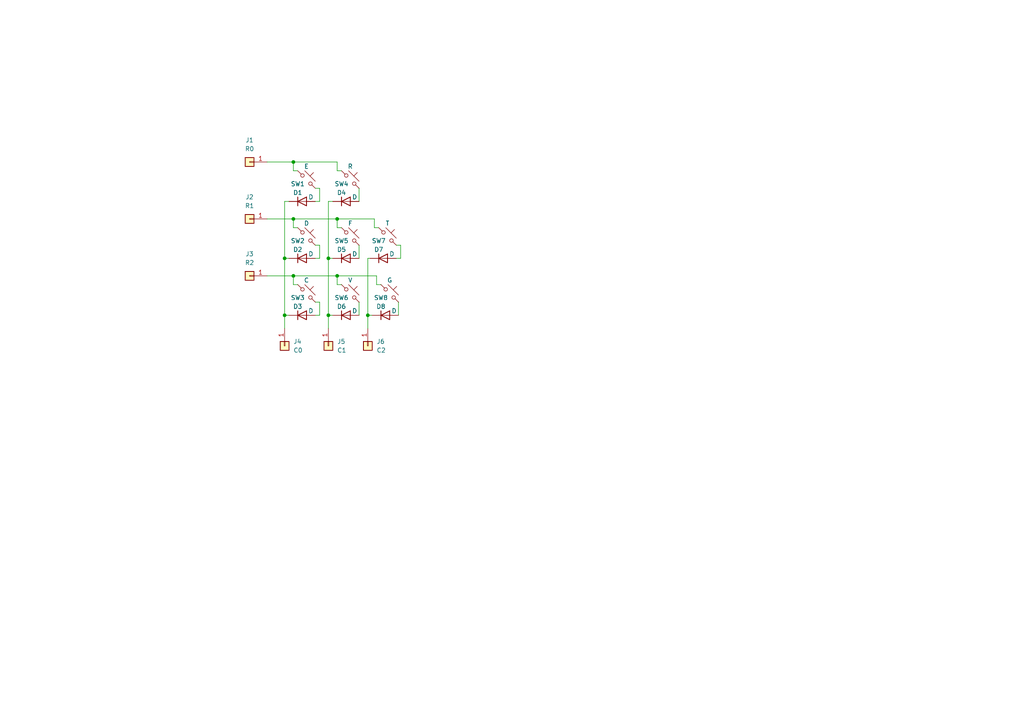
<source format=kicad_sch>
(kicad_sch (version 20211123) (generator eeschema)
  (paper "A4")
  (lib_symbols
    (symbol "Connector_Generic:Conn_01x01" (pin_names (offset 1.016) hide)
      (property "Reference" "J" (at 0 2.54 0))
      (property "Value" "Conn_01x01" (at 0 -2.54 0))
      (symbol "Conn_01x01_1_1"
        (rectangle (start -1.27 0.127) (end 0 -0.127) (stroke (width 0.1524)))
        (rectangle (start -1.27 1.27) (end 1.27 -1.27) (stroke (width 0.254)) (fill (type background)))
        (pin passive line (at -5.08 0 0) (length 3.81) (name "Pin_1") (number "1"))
      )
    )
    (symbol "Device:D" (pin_numbers hide) (pin_names (offset 1.016) hide)
      (property "Reference" "D" (at 0 2.54 0))
      (property "Value" "D" (at 0 -2.54 0))
      (symbol "D_0_1"
        (polyline (pts (xy -1.27 1.27) (xy -1.27 -1.27)) (stroke (width 0.254)))
        (polyline (pts (xy 1.27 0) (xy -1.27 0)))
        (polyline (pts (xy 1.27 1.27) (xy 1.27 -1.27) (xy -1.27 0) (xy 1.27 1.27)) (stroke (width 0.254)))
      )
      (symbol "D_1_1"
        (pin passive line (at -3.81 0 0) (length 2.54) (name "K") (number "1"))
        (pin passive line (at 3.81 0 180) (length 2.54) (name "A") (number "2"))
      )
    )
    (symbol "Switch:SW_Push_45deg" (pin_numbers hide) (pin_names (offset 1.016) hide)
      (property "Reference" "SW" (at 3.048 1.016 0))
      (property "Value" "SW_Push_45deg" (at 0 -3.81 0))
      (symbol "SW_Push_45deg_0_1"
        (circle (center -1.1684 1.1684) (radius 0.508))
        (polyline (pts (xy -0.508 2.54) (xy 2.54 -0.508)))
        (polyline (pts (xy 1.016 1.016) (xy 2.032 2.032)))
        (polyline (pts (xy -2.54 2.54) (xy -1.524 1.524) (xy -1.524 1.524)))
        (polyline (pts (xy 1.524 -1.524) (xy 2.54 -2.54) (xy 2.54 -2.54) (xy 2.54 -2.54)))
        (circle (center 1.143 -1.1938) (radius 0.508))
        (pin passive line (at -2.54 2.54 0) (length 0) (name "1") (number "1"))
        (pin passive line (at 2.54 -2.54 180) (length 0) (name "2") (number "2"))
      )
    )
  )
  (junction (at 85.09 63.5))
  (junction (at 82.55 91.44))
  (junction (at 95.25 74.93))
  (junction (at 106.68 91.44))
  (junction (at 97.79 63.5))
  (junction (at 95.25 91.44))
  (junction (at 82.55 74.93))
  (junction (at 85.09 80.01))
  (junction (at 85.09 46.99))
  (junction (at 97.79 80.01))
  (wire (pts (xy 95.25 74.93) (xy 95.25 91.44)))
  (wire (pts (xy 92.71 54.61) (xy 92.71 58.42)))
  (wire (pts (xy 96.52 58.42) (xy 95.25 58.42)))
  (wire (pts (xy 116.205 71.12) (xy 116.205 74.93)))
  (wire (pts (xy 97.79 63.5) (xy 108.585 63.5)))
  (wire (pts (xy 86.36 49.53) (xy 85.09 49.53)))
  (wire (pts (xy 85.09 46.99) (xy 85.09 49.53)))
  (wire (pts (xy 77.47 63.5) (xy 85.09 63.5)))
  (wire (pts (xy 82.55 58.42) (xy 82.55 74.93)))
  (wire (pts (xy 110.49 82.55) (xy 109.22 82.55)))
  (wire (pts (xy 104.14 87.63) (xy 104.14 91.44)))
  (wire (pts (xy 92.71 74.93) (xy 91.44 74.93)))
  (wire (pts (xy 92.71 54.61) (xy 91.44 54.61)))
  (wire (pts (xy 104.14 54.61) (xy 104.14 58.42)))
  (wire (pts (xy 85.09 80.01) (xy 85.09 82.55)))
  (wire (pts (xy 95.25 58.42) (xy 95.25 74.93)))
  (wire (pts (xy 107.315 74.93) (xy 106.68 74.93)))
  (wire (pts (xy 86.36 66.04) (xy 85.09 66.04)))
  (wire (pts (xy 83.82 91.44) (xy 82.55 91.44)))
  (wire (pts (xy 95.25 91.44) (xy 95.25 95.25)))
  (wire (pts (xy 85.09 63.5) (xy 85.09 66.04)))
  (wire (pts (xy 92.71 58.42) (xy 91.44 58.42)))
  (wire (pts (xy 115.57 87.63) (xy 115.57 91.44)))
  (wire (pts (xy 106.68 74.93) (xy 106.68 91.44)))
  (wire (pts (xy 86.36 82.55) (xy 85.09 82.55)))
  (wire (pts (xy 99.06 66.04) (xy 97.79 66.04)))
  (wire (pts (xy 97.79 46.99) (xy 97.79 49.53)))
  (wire (pts (xy 109.22 80.01) (xy 97.79 80.01)))
  (wire (pts (xy 77.47 46.99) (xy 85.09 46.99)))
  (wire (pts (xy 97.79 80.01) (xy 97.79 82.55)))
  (wire (pts (xy 97.79 63.5) (xy 97.79 66.04)))
  (wire (pts (xy 83.82 58.42) (xy 82.55 58.42)))
  (wire (pts (xy 107.95 91.44) (xy 106.68 91.44)))
  (wire (pts (xy 77.47 80.01) (xy 85.09 80.01)))
  (wire (pts (xy 82.55 91.44) (xy 82.55 95.25)))
  (wire (pts (xy 99.06 49.53) (xy 97.79 49.53)))
  (wire (pts (xy 92.71 87.63) (xy 91.44 87.63)))
  (wire (pts (xy 83.82 74.93) (xy 82.55 74.93)))
  (wire (pts (xy 116.205 74.93) (xy 114.935 74.93)))
  (wire (pts (xy 96.52 91.44) (xy 95.25 91.44)))
  (wire (pts (xy 92.71 71.12) (xy 92.71 74.93)))
  (wire (pts (xy 92.71 87.63) (xy 92.71 91.44)))
  (wire (pts (xy 82.55 74.93) (xy 82.55 91.44)))
  (wire (pts (xy 96.52 74.93) (xy 95.25 74.93)))
  (wire (pts (xy 109.22 80.01) (xy 109.22 82.55)))
  (wire (pts (xy 85.09 46.99) (xy 97.79 46.99)))
  (wire (pts (xy 104.14 71.12) (xy 104.14 74.93)))
  (wire (pts (xy 92.71 91.44) (xy 91.44 91.44)))
  (wire (pts (xy 92.71 71.12) (xy 91.44 71.12)))
  (wire (pts (xy 108.585 63.5) (xy 108.585 66.04)))
  (wire (pts (xy 116.205 71.12) (xy 114.935 71.12)))
  (wire (pts (xy 109.855 66.04) (xy 108.585 66.04)))
  (wire (pts (xy 106.68 91.44) (xy 106.68 95.25)))
  (wire (pts (xy 99.06 82.55) (xy 97.79 82.55)))
  (wire (pts (xy 85.09 80.01) (xy 97.79 80.01)))
  (wire (pts (xy 85.09 63.5) (xy 97.79 63.5)))
  (symbol (lib_id "Device:D") (at 87.63 91.44 0) (unit 1)
    (property "Reference" "D3" (at 86.36 88.9 0))
    (property "Value" "D" (at 90.17 90.17 0))
    (property "Footprint" "Diode_SMD:D_0805_2012Metric_Pad1.15x1.40mm_HandSolder" (effects hide))
  )
  (symbol (lib_id "Connector_Generic:Conn_01x01") (at 72.39 63.5 180) (unit 1)
    (property "Reference" "J2" (at 72.39 57.15 0))
    (property "Value" "R1" (at 72.39 59.69 0))
    (property "Footprint" "Connector_Pin:Pin_D0.7mm_L6.5mm_W1.8mm_FlatFork" (effects hide))
  )
  (symbol (lib_id "Switch:SW_Push_45deg") (at 88.9 85.09 0) (unit 1)
    (property "Reference" "SW3" (at 86.36 86.36 0))
    (property "Value" "C" (at 88.9 81.28 0))
    (property "Footprint" "mech-kbd:MX-Hotswap-1U" (effects hide))
  )
  (symbol (lib_id "Connector_Generic:Conn_01x01") (at 95.25 100.33 270) (unit 1)
    (property "Reference" "J5" (at 97.79 99.0599 90) (effects (justify left)))
    (property "Value" "C1" (at 97.79 101.5999 90) (effects (justify left)))
    (property "Footprint" "Connector_Pin:Pin_D0.7mm_L6.5mm_W1.8mm_FlatFork" (effects hide))
  )
  (symbol (lib_id "Switch:SW_Push_45deg") (at 101.6 68.58 0) (unit 1)
    (property "Reference" "SW5" (at 99.06 69.85 0))
    (property "Value" "F" (at 101.6 64.77 0))
    (property "Footprint" "mech-kbd:MX-Hotswap-1U" (effects hide))
  )
  (symbol (lib_id "Switch:SW_Push_45deg") (at 88.9 68.58 0) (unit 1)
    (property "Reference" "SW2" (at 86.36 69.85 0))
    (property "Value" "D" (at 88.9 64.77 0))
    (property "Footprint" "mech-kbd:MX-Hotswap-1U" (effects hide))
  )
  (symbol (lib_id "Connector_Generic:Conn_01x01") (at 72.39 46.99 180) (unit 1)
    (property "Reference" "J1" (at 72.39 40.64 0))
    (property "Value" "R0" (at 72.39 43.18 0))
    (property "Footprint" "Connector_Pin:Pin_D0.7mm_L6.5mm_W1.8mm_FlatFork" (effects hide))
  )
  (symbol (lib_id "Device:D") (at 111.125 74.93 0) (unit 1)
    (property "Reference" "D7" (at 109.855 72.39 0))
    (property "Value" "D" (at 113.665 73.66 0))
    (property "Footprint" "Diode_SMD:D_0805_2012Metric_Pad1.15x1.40mm_HandSolder" (effects hide))
  )
  (symbol (lib_id "Connector_Generic:Conn_01x01") (at 106.68 100.33 270) (unit 1)
    (property "Reference" "J6" (at 109.22 99.0599 90) (effects (justify left)))
    (property "Value" "C2" (at 109.22 101.5999 90) (effects (justify left)))
    (property "Footprint" "Connector_Pin:Pin_D0.7mm_L6.5mm_W1.8mm_FlatFork" (effects hide))
  )
  (symbol (lib_id "Switch:SW_Push_45deg") (at 112.395 68.58 0) (unit 1)
    (property "Reference" "SW7" (at 109.855 69.85 0))
    (property "Value" "T" (at 112.395 64.77 0))
    (property "Footprint" "mech-kbd:MX-Hotswap-1U" (effects hide))
  )
  (symbol (lib_id "Connector_Generic:Conn_01x01") (at 82.55 100.33 270) (unit 1)
    (property "Reference" "J4" (at 85.09 99.0599 90) (effects (justify left)))
    (property "Value" "C0" (at 85.09 101.5999 90) (effects (justify left)))
    (property "Footprint" "Connector_Pin:Pin_D0.7mm_L6.5mm_W1.8mm_FlatFork" (effects hide))
  )
  (symbol (lib_id "Device:D") (at 100.33 74.93 0) (unit 1)
    (property "Reference" "D5" (at 99.06 72.39 0))
    (property "Value" "D" (at 102.87 73.66 0))
    (property "Footprint" "Diode_SMD:D_0805_2012Metric_Pad1.15x1.40mm_HandSolder" (effects hide))
  )
  (symbol (lib_id "Device:D") (at 111.76 91.44 0) (unit 1)
    (property "Reference" "D8" (at 110.49 88.9 0))
    (property "Value" "D" (at 114.3 90.17 0))
    (property "Footprint" "Diode_SMD:D_0805_2012Metric_Pad1.15x1.40mm_HandSolder" (effects hide))
  )
  (symbol (lib_id "Device:D") (at 100.33 58.42 0) (unit 1)
    (property "Reference" "D4" (at 99.06 55.88 0))
    (property "Value" "D" (at 102.87 57.15 0))
    (property "Footprint" "Diode_SMD:D_0805_2012Metric_Pad1.15x1.40mm_HandSolder" (effects hide))
  )
  (symbol (lib_id "Switch:SW_Push_45deg") (at 88.9 52.07 0) (unit 1)
    (property "Reference" "SW1" (at 86.36 53.34 0))
    (property "Value" "E" (at 88.9 48.26 0))
    (property "Footprint" "mech-kbd:MX-Hotswap-1U" (effects hide))
  )
  (symbol (lib_id "Switch:SW_Push_45deg") (at 101.6 52.07 0) (unit 1)
    (property "Reference" "SW4" (at 99.06 53.34 0))
    (property "Value" "R" (at 101.6 48.26 0))
    (property "Footprint" "mech-kbd:MX-Hotswap-1U" (effects hide))
  )
  (symbol (lib_id "Switch:SW_Push_45deg") (at 113.03 85.09 0) (unit 1)
    (property "Reference" "SW8" (at 110.49 86.36 0))
    (property "Value" "G" (at 113.03 81.28 0))
    (property "Footprint" "mech-kbd:MX-Hotswap-1U" (effects hide))
  )
  (symbol (lib_id "Device:D") (at 87.63 74.93 0) (unit 1)
    (property "Reference" "D2" (at 86.36 72.39 0))
    (property "Value" "D" (at 90.17 73.66 0))
    (property "Footprint" "Diode_SMD:D_0805_2012Metric_Pad1.15x1.40mm_HandSolder" (effects hide))
  )
  (symbol (lib_id "Device:D") (at 100.33 91.44 0) (unit 1)
    (property "Reference" "D6" (at 99.06 88.9 0))
    (property "Value" "D" (at 102.87 90.17 0))
    (property "Footprint" "Diode_SMD:D_0805_2012Metric_Pad1.15x1.40mm_HandSolder" (effects hide))
  )
  (symbol (lib_id "Device:D") (at 87.63 58.42 0) (unit 1)
    (property "Reference" "D1" (at 86.36 55.88 0))
    (property "Value" "D" (at 90.17 57.15 0))
    (property "Footprint" "Diode_SMD:D_0805_2012Metric_Pad1.15x1.40mm_HandSolder" (effects hide))
  )
  (symbol (lib_id "Connector_Generic:Conn_01x01") (at 72.39 80.01 180) (unit 1)
    (property "Reference" "J3" (at 72.39 73.66 0))
    (property "Value" "R2" (at 72.39 76.2 0))
    (property "Footprint" "Connector_Pin:Pin_D0.7mm_L6.5mm_W1.8mm_FlatFork" (effects hide))
  )
  (symbol (lib_id "Switch:SW_Push_45deg") (at 101.6 85.09 0) (unit 1)
    (property "Reference" "SW6" (at 99.06 86.36 0))
    (property "Value" "V" (at 101.6 81.28 0))
    (property "Footprint" "mech-kbd:MX-Hotswap-1U" (effects hide))
  )
)
</source>
